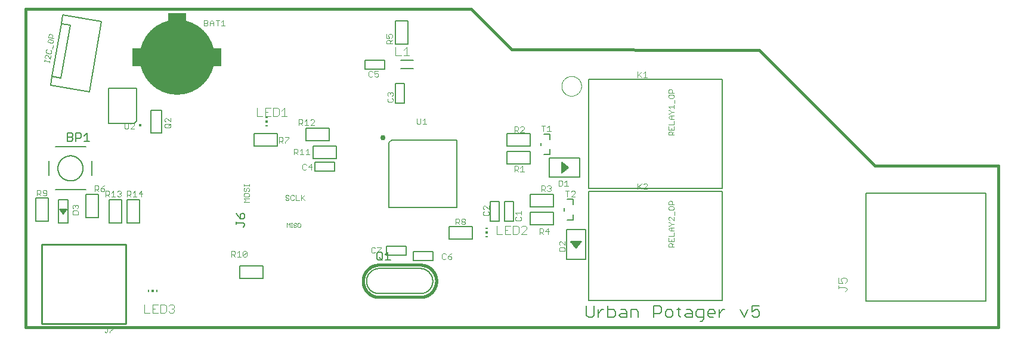
<source format=gto>
G75*
%MOIN*%
%OFA0B0*%
%FSLAX25Y25*%
%IPPOS*%
%LPD*%
%AMOC8*
5,1,8,0,0,1.08239X$1,22.5*
%
%ADD10C,0.01500*%
%ADD11C,0.00300*%
%ADD12C,0.00600*%
%ADD13C,0.00200*%
%ADD14C,0.00000*%
%ADD15C,0.00500*%
%ADD16C,0.00400*%
%ADD17C,0.01600*%
%ADD18C,0.42000*%
%ADD19R,0.10000X0.05000*%
%ADD20R,0.05000X0.10000*%
%ADD21C,0.00800*%
%ADD22C,0.03000*%
%ADD23C,0.01600*%
%ADD24R,0.00591X0.01181*%
%ADD25R,0.01181X0.01181*%
%ADD26R,0.01181X0.00591*%
%ADD27C,0.01000*%
D10*
X0001750Y0006000D02*
X0545321Y0006000D01*
X0545321Y0096512D01*
X0476238Y0096512D01*
X0411750Y0161000D01*
X0273404Y0161512D01*
X0250864Y0184051D01*
X0001750Y0184051D01*
X0001750Y0006000D01*
D11*
X0045900Y0003634D02*
X0046384Y0003150D01*
X0046867Y0003150D01*
X0047351Y0003634D01*
X0047351Y0006052D01*
X0046867Y0006052D02*
X0047835Y0006052D01*
X0048847Y0006052D02*
X0050781Y0006052D01*
X0050781Y0005569D01*
X0048847Y0003634D01*
X0048847Y0003150D01*
X0123698Y0076150D02*
X0124665Y0077117D01*
X0123698Y0078085D01*
X0126600Y0078085D01*
X0126116Y0079097D02*
X0126600Y0079580D01*
X0126600Y0080548D01*
X0126116Y0081031D01*
X0124181Y0081031D01*
X0123698Y0080548D01*
X0123698Y0079580D01*
X0124181Y0079097D01*
X0126116Y0079097D01*
X0126116Y0082043D02*
X0126600Y0082527D01*
X0126600Y0083494D01*
X0126116Y0083978D01*
X0125633Y0083978D01*
X0125149Y0083494D01*
X0125149Y0082527D01*
X0124665Y0082043D01*
X0124181Y0082043D01*
X0123698Y0082527D01*
X0123698Y0083494D01*
X0124181Y0083978D01*
X0123698Y0084990D02*
X0123698Y0085957D01*
X0123698Y0085473D02*
X0126600Y0085473D01*
X0126600Y0084990D02*
X0126600Y0085957D01*
X0146900Y0079569D02*
X0146900Y0079085D01*
X0147384Y0078601D01*
X0148351Y0078601D01*
X0148835Y0078117D01*
X0148835Y0077634D01*
X0148351Y0077150D01*
X0147384Y0077150D01*
X0146900Y0077634D01*
X0146900Y0079569D02*
X0147384Y0080052D01*
X0148351Y0080052D01*
X0148835Y0079569D01*
X0149847Y0079569D02*
X0149847Y0077634D01*
X0150330Y0077150D01*
X0151298Y0077150D01*
X0151781Y0077634D01*
X0152793Y0077150D02*
X0154728Y0077150D01*
X0155740Y0077150D02*
X0155740Y0080052D01*
X0156223Y0078601D02*
X0157675Y0077150D01*
X0155740Y0078117D02*
X0157675Y0080052D01*
X0152793Y0080052D02*
X0152793Y0077150D01*
X0151781Y0079569D02*
X0151298Y0080052D01*
X0150330Y0080052D01*
X0149847Y0079569D01*
X0126600Y0076150D02*
X0123698Y0076150D01*
X0014954Y0154234D02*
X0015122Y0155187D01*
X0015038Y0154710D02*
X0012179Y0155214D01*
X0012095Y0154738D02*
X0012263Y0155691D01*
X0012913Y0156588D02*
X0012520Y0157149D01*
X0012688Y0158102D01*
X0013249Y0158494D01*
X0013725Y0158410D01*
X0015295Y0156168D01*
X0015631Y0158074D01*
X0015330Y0159154D02*
X0015890Y0159546D01*
X0016058Y0160499D01*
X0015666Y0161060D01*
X0016794Y0161888D02*
X0017130Y0163793D01*
X0016353Y0164958D02*
X0014448Y0165294D01*
X0014055Y0165854D01*
X0014223Y0166807D01*
X0014784Y0167199D01*
X0016689Y0166863D01*
X0017082Y0166303D01*
X0016914Y0165350D01*
X0016353Y0164958D01*
X0013760Y0161396D02*
X0013200Y0161003D01*
X0013032Y0160051D01*
X0013424Y0159490D01*
X0015330Y0159154D01*
X0016389Y0167943D02*
X0016641Y0169373D01*
X0016248Y0169933D01*
X0015295Y0170101D01*
X0014735Y0169709D01*
X0014483Y0168279D01*
X0017341Y0167775D01*
X0361099Y0138673D02*
X0361099Y0137222D01*
X0364002Y0137222D01*
X0363034Y0137222D02*
X0363034Y0138673D01*
X0362550Y0139157D01*
X0361583Y0139157D01*
X0361099Y0138673D01*
X0361583Y0136211D02*
X0361099Y0135727D01*
X0361099Y0134759D01*
X0361583Y0134276D01*
X0363518Y0134276D01*
X0364002Y0134759D01*
X0364002Y0135727D01*
X0363518Y0136211D01*
X0361583Y0136211D01*
X0364485Y0133264D02*
X0364485Y0131329D01*
X0364002Y0130318D02*
X0364002Y0128383D01*
X0364002Y0129350D02*
X0361099Y0129350D01*
X0362067Y0128383D01*
X0361583Y0127371D02*
X0361099Y0127371D01*
X0361583Y0127371D02*
X0362550Y0126404D01*
X0364002Y0126404D01*
X0362550Y0126404D02*
X0361583Y0125436D01*
X0361099Y0125436D01*
X0362067Y0124425D02*
X0364002Y0124425D01*
X0362550Y0124425D02*
X0362550Y0122490D01*
X0362067Y0122490D02*
X0361099Y0123457D01*
X0362067Y0124425D01*
X0362067Y0122490D02*
X0364002Y0122490D01*
X0364002Y0121478D02*
X0364002Y0119543D01*
X0361099Y0119543D01*
X0361099Y0118531D02*
X0361099Y0116597D01*
X0364002Y0116597D01*
X0364002Y0118531D01*
X0362550Y0117564D02*
X0362550Y0116597D01*
X0362550Y0115585D02*
X0363034Y0115101D01*
X0363034Y0113650D01*
X0363034Y0114617D02*
X0364002Y0115585D01*
X0362550Y0115585D02*
X0361583Y0115585D01*
X0361099Y0115101D01*
X0361099Y0113650D01*
X0364002Y0113650D01*
X0362550Y0076657D02*
X0363034Y0076173D01*
X0363034Y0074722D01*
X0364002Y0074722D02*
X0361099Y0074722D01*
X0361099Y0076173D01*
X0361583Y0076657D01*
X0362550Y0076657D01*
X0361583Y0073711D02*
X0361099Y0073227D01*
X0361099Y0072259D01*
X0361583Y0071776D01*
X0363518Y0071776D01*
X0364002Y0072259D01*
X0364002Y0073227D01*
X0363518Y0073711D01*
X0361583Y0073711D01*
X0364485Y0070764D02*
X0364485Y0068829D01*
X0364002Y0067818D02*
X0364002Y0065883D01*
X0362067Y0067818D01*
X0361583Y0067818D01*
X0361099Y0067334D01*
X0361099Y0066366D01*
X0361583Y0065883D01*
X0361583Y0064871D02*
X0361099Y0064871D01*
X0361583Y0064871D02*
X0362550Y0063904D01*
X0364002Y0063904D01*
X0362550Y0063904D02*
X0361583Y0062936D01*
X0361099Y0062936D01*
X0362067Y0061925D02*
X0364002Y0061925D01*
X0362550Y0061925D02*
X0362550Y0059990D01*
X0362067Y0059990D02*
X0361099Y0060957D01*
X0362067Y0061925D01*
X0362067Y0059990D02*
X0364002Y0059990D01*
X0364002Y0058978D02*
X0364002Y0057043D01*
X0361099Y0057043D01*
X0361099Y0056031D02*
X0361099Y0054097D01*
X0364002Y0054097D01*
X0364002Y0056031D01*
X0362550Y0055064D02*
X0362550Y0054097D01*
X0362550Y0053085D02*
X0363034Y0052601D01*
X0363034Y0051150D01*
X0363034Y0052117D02*
X0364002Y0053085D01*
X0362550Y0053085D02*
X0361583Y0053085D01*
X0361099Y0052601D01*
X0361099Y0051150D01*
X0364002Y0051150D01*
D12*
X0356005Y0018150D02*
X0357073Y0017083D01*
X0357073Y0014948D01*
X0356005Y0013880D01*
X0352802Y0013880D01*
X0352802Y0011745D02*
X0352802Y0018150D01*
X0356005Y0018150D01*
X0359248Y0014948D02*
X0360315Y0016015D01*
X0362451Y0016015D01*
X0363518Y0014948D01*
X0363518Y0012812D01*
X0362451Y0011745D01*
X0360315Y0011745D01*
X0359248Y0012812D01*
X0359248Y0014948D01*
X0365693Y0016015D02*
X0367828Y0016015D01*
X0366761Y0017083D02*
X0366761Y0012812D01*
X0367828Y0011745D01*
X0369990Y0012812D02*
X0371058Y0013880D01*
X0374261Y0013880D01*
X0374261Y0014948D02*
X0374261Y0011745D01*
X0371058Y0011745D01*
X0369990Y0012812D01*
X0373193Y0016015D02*
X0374261Y0014948D01*
X0373193Y0016015D02*
X0371058Y0016015D01*
X0376436Y0014948D02*
X0376436Y0012812D01*
X0377503Y0011745D01*
X0380706Y0011745D01*
X0380706Y0010677D02*
X0380706Y0016015D01*
X0377503Y0016015D01*
X0376436Y0014948D01*
X0382881Y0014948D02*
X0382881Y0012812D01*
X0383949Y0011745D01*
X0386084Y0011745D01*
X0387152Y0013880D02*
X0382881Y0013880D01*
X0382881Y0014948D02*
X0383949Y0016015D01*
X0386084Y0016015D01*
X0387152Y0014948D01*
X0387152Y0013880D01*
X0389327Y0013880D02*
X0391462Y0016015D01*
X0392529Y0016015D01*
X0389327Y0016015D02*
X0389327Y0011745D01*
X0380706Y0010677D02*
X0379638Y0009610D01*
X0378571Y0009610D01*
X0401144Y0016015D02*
X0403279Y0011745D01*
X0405414Y0016015D01*
X0407589Y0014948D02*
X0409724Y0016015D01*
X0410792Y0016015D01*
X0411859Y0014948D01*
X0411859Y0012812D01*
X0410792Y0011745D01*
X0408657Y0011745D01*
X0407589Y0012812D01*
X0407589Y0014948D02*
X0407589Y0018150D01*
X0411859Y0018150D01*
X0344182Y0014948D02*
X0344182Y0011745D01*
X0344182Y0014948D02*
X0343114Y0016015D01*
X0339911Y0016015D01*
X0339911Y0011745D01*
X0337736Y0011745D02*
X0334533Y0011745D01*
X0333466Y0012812D01*
X0334533Y0013880D01*
X0337736Y0013880D01*
X0337736Y0014948D02*
X0337736Y0011745D01*
X0337736Y0014948D02*
X0336669Y0016015D01*
X0334533Y0016015D01*
X0331291Y0014948D02*
X0330223Y0016015D01*
X0327020Y0016015D01*
X0327020Y0018150D02*
X0327020Y0011745D01*
X0330223Y0011745D01*
X0331291Y0012812D01*
X0331291Y0014948D01*
X0324852Y0016015D02*
X0323784Y0016015D01*
X0321649Y0013880D01*
X0321649Y0011745D02*
X0321649Y0016015D01*
X0319474Y0018150D02*
X0319474Y0012812D01*
X0318406Y0011745D01*
X0316271Y0011745D01*
X0315204Y0012812D01*
X0315204Y0018150D01*
X0222250Y0025000D02*
X0199250Y0025000D01*
X0199080Y0025002D01*
X0198909Y0025008D01*
X0198739Y0025019D01*
X0198569Y0025033D01*
X0198400Y0025052D01*
X0198231Y0025075D01*
X0198062Y0025101D01*
X0197895Y0025132D01*
X0197728Y0025167D01*
X0197562Y0025207D01*
X0197397Y0025250D01*
X0197233Y0025297D01*
X0197071Y0025348D01*
X0196909Y0025403D01*
X0196749Y0025462D01*
X0196591Y0025525D01*
X0196434Y0025591D01*
X0196279Y0025662D01*
X0196125Y0025736D01*
X0195974Y0025814D01*
X0195824Y0025896D01*
X0195676Y0025981D01*
X0195531Y0026070D01*
X0195388Y0026162D01*
X0195247Y0026258D01*
X0195108Y0026357D01*
X0194972Y0026460D01*
X0194838Y0026565D01*
X0194707Y0026674D01*
X0194579Y0026787D01*
X0194453Y0026902D01*
X0194330Y0027020D01*
X0194211Y0027141D01*
X0194094Y0027266D01*
X0193980Y0027393D01*
X0193869Y0027522D01*
X0193762Y0027655D01*
X0193658Y0027790D01*
X0193557Y0027927D01*
X0193459Y0028067D01*
X0193365Y0028209D01*
X0193275Y0028353D01*
X0193188Y0028500D01*
X0193104Y0028649D01*
X0193025Y0028799D01*
X0192949Y0028952D01*
X0192876Y0029106D01*
X0192808Y0029262D01*
X0192743Y0029420D01*
X0192682Y0029579D01*
X0192625Y0029740D01*
X0192572Y0029902D01*
X0192523Y0030065D01*
X0192478Y0030229D01*
X0192437Y0030395D01*
X0192399Y0030561D01*
X0192366Y0030729D01*
X0192338Y0030897D01*
X0192313Y0031065D01*
X0192292Y0031234D01*
X0192275Y0031404D01*
X0192263Y0031574D01*
X0192255Y0031744D01*
X0192251Y0031915D01*
X0192251Y0032085D01*
X0192255Y0032256D01*
X0192263Y0032426D01*
X0192275Y0032596D01*
X0192292Y0032766D01*
X0192313Y0032935D01*
X0192338Y0033103D01*
X0192366Y0033271D01*
X0192399Y0033439D01*
X0192437Y0033605D01*
X0192478Y0033771D01*
X0192523Y0033935D01*
X0192572Y0034098D01*
X0192625Y0034260D01*
X0192682Y0034421D01*
X0192743Y0034580D01*
X0192808Y0034738D01*
X0192876Y0034894D01*
X0192949Y0035048D01*
X0193025Y0035201D01*
X0193104Y0035351D01*
X0193188Y0035500D01*
X0193275Y0035647D01*
X0193365Y0035791D01*
X0193459Y0035933D01*
X0193557Y0036073D01*
X0193658Y0036210D01*
X0193762Y0036345D01*
X0193869Y0036478D01*
X0193980Y0036607D01*
X0194094Y0036734D01*
X0194211Y0036859D01*
X0194330Y0036980D01*
X0194453Y0037098D01*
X0194579Y0037213D01*
X0194707Y0037326D01*
X0194838Y0037435D01*
X0194972Y0037540D01*
X0195108Y0037643D01*
X0195247Y0037742D01*
X0195388Y0037838D01*
X0195531Y0037930D01*
X0195676Y0038019D01*
X0195824Y0038104D01*
X0195974Y0038186D01*
X0196125Y0038264D01*
X0196279Y0038338D01*
X0196434Y0038409D01*
X0196591Y0038475D01*
X0196749Y0038538D01*
X0196909Y0038597D01*
X0197071Y0038652D01*
X0197233Y0038703D01*
X0197397Y0038750D01*
X0197562Y0038793D01*
X0197728Y0038833D01*
X0197895Y0038868D01*
X0198062Y0038899D01*
X0198231Y0038925D01*
X0198400Y0038948D01*
X0198569Y0038967D01*
X0198739Y0038981D01*
X0198909Y0038992D01*
X0199080Y0038998D01*
X0199250Y0039000D01*
X0222250Y0039000D01*
X0222420Y0038998D01*
X0222591Y0038992D01*
X0222761Y0038981D01*
X0222931Y0038967D01*
X0223100Y0038948D01*
X0223269Y0038925D01*
X0223438Y0038899D01*
X0223605Y0038868D01*
X0223772Y0038833D01*
X0223938Y0038793D01*
X0224103Y0038750D01*
X0224267Y0038703D01*
X0224429Y0038652D01*
X0224591Y0038597D01*
X0224751Y0038538D01*
X0224909Y0038475D01*
X0225066Y0038409D01*
X0225221Y0038338D01*
X0225375Y0038264D01*
X0225526Y0038186D01*
X0225676Y0038104D01*
X0225824Y0038019D01*
X0225969Y0037930D01*
X0226112Y0037838D01*
X0226253Y0037742D01*
X0226392Y0037643D01*
X0226528Y0037540D01*
X0226662Y0037435D01*
X0226793Y0037326D01*
X0226921Y0037213D01*
X0227047Y0037098D01*
X0227170Y0036980D01*
X0227289Y0036859D01*
X0227406Y0036734D01*
X0227520Y0036607D01*
X0227631Y0036478D01*
X0227738Y0036345D01*
X0227842Y0036210D01*
X0227943Y0036073D01*
X0228041Y0035933D01*
X0228135Y0035791D01*
X0228225Y0035647D01*
X0228312Y0035500D01*
X0228396Y0035351D01*
X0228475Y0035201D01*
X0228551Y0035048D01*
X0228624Y0034894D01*
X0228692Y0034738D01*
X0228757Y0034580D01*
X0228818Y0034421D01*
X0228875Y0034260D01*
X0228928Y0034098D01*
X0228977Y0033935D01*
X0229022Y0033771D01*
X0229063Y0033605D01*
X0229101Y0033439D01*
X0229134Y0033271D01*
X0229162Y0033103D01*
X0229187Y0032935D01*
X0229208Y0032766D01*
X0229225Y0032596D01*
X0229237Y0032426D01*
X0229245Y0032256D01*
X0229249Y0032085D01*
X0229249Y0031915D01*
X0229245Y0031744D01*
X0229237Y0031574D01*
X0229225Y0031404D01*
X0229208Y0031234D01*
X0229187Y0031065D01*
X0229162Y0030897D01*
X0229134Y0030729D01*
X0229101Y0030561D01*
X0229063Y0030395D01*
X0229022Y0030229D01*
X0228977Y0030065D01*
X0228928Y0029902D01*
X0228875Y0029740D01*
X0228818Y0029579D01*
X0228757Y0029420D01*
X0228692Y0029262D01*
X0228624Y0029106D01*
X0228551Y0028952D01*
X0228475Y0028799D01*
X0228396Y0028649D01*
X0228312Y0028500D01*
X0228225Y0028353D01*
X0228135Y0028209D01*
X0228041Y0028067D01*
X0227943Y0027927D01*
X0227842Y0027790D01*
X0227738Y0027655D01*
X0227631Y0027522D01*
X0227520Y0027393D01*
X0227406Y0027266D01*
X0227289Y0027141D01*
X0227170Y0027020D01*
X0227047Y0026902D01*
X0226921Y0026787D01*
X0226793Y0026674D01*
X0226662Y0026565D01*
X0226528Y0026460D01*
X0226392Y0026357D01*
X0226253Y0026258D01*
X0226112Y0026162D01*
X0225969Y0026070D01*
X0225824Y0025981D01*
X0225676Y0025896D01*
X0225526Y0025814D01*
X0225375Y0025736D01*
X0225221Y0025662D01*
X0225066Y0025591D01*
X0224909Y0025525D01*
X0224751Y0025462D01*
X0224591Y0025403D01*
X0224429Y0025348D01*
X0224267Y0025297D01*
X0224103Y0025250D01*
X0223938Y0025207D01*
X0223772Y0025167D01*
X0223605Y0025132D01*
X0223438Y0025101D01*
X0223269Y0025075D01*
X0223100Y0025052D01*
X0222931Y0025033D01*
X0222761Y0025019D01*
X0222591Y0025008D01*
X0222420Y0025002D01*
X0222250Y0025000D01*
X0063624Y0121371D02*
X0062410Y0120157D01*
X0047876Y0120157D01*
X0047876Y0139843D01*
X0063624Y0139843D01*
X0063624Y0121371D01*
D13*
X0147850Y0064302D02*
X0148584Y0063568D01*
X0149318Y0064302D01*
X0149318Y0062100D01*
X0150060Y0062100D02*
X0150794Y0062100D01*
X0150427Y0062100D02*
X0150427Y0064302D01*
X0150060Y0064302D02*
X0150794Y0064302D01*
X0151533Y0063935D02*
X0151533Y0063568D01*
X0151900Y0063201D01*
X0152634Y0063201D01*
X0153001Y0062834D01*
X0153001Y0062467D01*
X0152634Y0062100D01*
X0151900Y0062100D01*
X0151533Y0062467D01*
X0151533Y0063935D02*
X0151900Y0064302D01*
X0152634Y0064302D01*
X0153001Y0063935D01*
X0153743Y0063935D02*
X0153743Y0062467D01*
X0154110Y0062100D01*
X0154844Y0062100D01*
X0155211Y0062467D01*
X0155211Y0063935D01*
X0154844Y0064302D01*
X0154110Y0064302D01*
X0153743Y0063935D01*
X0147850Y0064302D02*
X0147850Y0062100D01*
D14*
X0301238Y0141000D02*
X0301240Y0141148D01*
X0301246Y0141296D01*
X0301256Y0141444D01*
X0301270Y0141591D01*
X0301288Y0141738D01*
X0301309Y0141884D01*
X0301335Y0142030D01*
X0301365Y0142175D01*
X0301398Y0142319D01*
X0301436Y0142462D01*
X0301477Y0142604D01*
X0301522Y0142745D01*
X0301570Y0142885D01*
X0301623Y0143024D01*
X0301679Y0143161D01*
X0301739Y0143296D01*
X0301802Y0143430D01*
X0301869Y0143562D01*
X0301940Y0143692D01*
X0302014Y0143820D01*
X0302091Y0143946D01*
X0302172Y0144070D01*
X0302256Y0144192D01*
X0302343Y0144311D01*
X0302434Y0144428D01*
X0302528Y0144543D01*
X0302624Y0144655D01*
X0302724Y0144765D01*
X0302826Y0144871D01*
X0302932Y0144975D01*
X0303040Y0145076D01*
X0303151Y0145174D01*
X0303264Y0145270D01*
X0303380Y0145362D01*
X0303498Y0145451D01*
X0303619Y0145536D01*
X0303742Y0145619D01*
X0303867Y0145698D01*
X0303994Y0145774D01*
X0304123Y0145846D01*
X0304254Y0145915D01*
X0304387Y0145980D01*
X0304522Y0146041D01*
X0304658Y0146099D01*
X0304795Y0146154D01*
X0304934Y0146204D01*
X0305075Y0146251D01*
X0305216Y0146294D01*
X0305359Y0146334D01*
X0305503Y0146369D01*
X0305647Y0146401D01*
X0305793Y0146428D01*
X0305939Y0146452D01*
X0306086Y0146472D01*
X0306233Y0146488D01*
X0306380Y0146500D01*
X0306528Y0146508D01*
X0306676Y0146512D01*
X0306824Y0146512D01*
X0306972Y0146508D01*
X0307120Y0146500D01*
X0307267Y0146488D01*
X0307414Y0146472D01*
X0307561Y0146452D01*
X0307707Y0146428D01*
X0307853Y0146401D01*
X0307997Y0146369D01*
X0308141Y0146334D01*
X0308284Y0146294D01*
X0308425Y0146251D01*
X0308566Y0146204D01*
X0308705Y0146154D01*
X0308842Y0146099D01*
X0308978Y0146041D01*
X0309113Y0145980D01*
X0309246Y0145915D01*
X0309377Y0145846D01*
X0309506Y0145774D01*
X0309633Y0145698D01*
X0309758Y0145619D01*
X0309881Y0145536D01*
X0310002Y0145451D01*
X0310120Y0145362D01*
X0310236Y0145270D01*
X0310349Y0145174D01*
X0310460Y0145076D01*
X0310568Y0144975D01*
X0310674Y0144871D01*
X0310776Y0144765D01*
X0310876Y0144655D01*
X0310972Y0144543D01*
X0311066Y0144428D01*
X0311157Y0144311D01*
X0311244Y0144192D01*
X0311328Y0144070D01*
X0311409Y0143946D01*
X0311486Y0143820D01*
X0311560Y0143692D01*
X0311631Y0143562D01*
X0311698Y0143430D01*
X0311761Y0143296D01*
X0311821Y0143161D01*
X0311877Y0143024D01*
X0311930Y0142885D01*
X0311978Y0142745D01*
X0312023Y0142604D01*
X0312064Y0142462D01*
X0312102Y0142319D01*
X0312135Y0142175D01*
X0312165Y0142030D01*
X0312191Y0141884D01*
X0312212Y0141738D01*
X0312230Y0141591D01*
X0312244Y0141444D01*
X0312254Y0141296D01*
X0312260Y0141148D01*
X0312262Y0141000D01*
X0312260Y0140852D01*
X0312254Y0140704D01*
X0312244Y0140556D01*
X0312230Y0140409D01*
X0312212Y0140262D01*
X0312191Y0140116D01*
X0312165Y0139970D01*
X0312135Y0139825D01*
X0312102Y0139681D01*
X0312064Y0139538D01*
X0312023Y0139396D01*
X0311978Y0139255D01*
X0311930Y0139115D01*
X0311877Y0138976D01*
X0311821Y0138839D01*
X0311761Y0138704D01*
X0311698Y0138570D01*
X0311631Y0138438D01*
X0311560Y0138308D01*
X0311486Y0138180D01*
X0311409Y0138054D01*
X0311328Y0137930D01*
X0311244Y0137808D01*
X0311157Y0137689D01*
X0311066Y0137572D01*
X0310972Y0137457D01*
X0310876Y0137345D01*
X0310776Y0137235D01*
X0310674Y0137129D01*
X0310568Y0137025D01*
X0310460Y0136924D01*
X0310349Y0136826D01*
X0310236Y0136730D01*
X0310120Y0136638D01*
X0310002Y0136549D01*
X0309881Y0136464D01*
X0309758Y0136381D01*
X0309633Y0136302D01*
X0309506Y0136226D01*
X0309377Y0136154D01*
X0309246Y0136085D01*
X0309113Y0136020D01*
X0308978Y0135959D01*
X0308842Y0135901D01*
X0308705Y0135846D01*
X0308566Y0135796D01*
X0308425Y0135749D01*
X0308284Y0135706D01*
X0308141Y0135666D01*
X0307997Y0135631D01*
X0307853Y0135599D01*
X0307707Y0135572D01*
X0307561Y0135548D01*
X0307414Y0135528D01*
X0307267Y0135512D01*
X0307120Y0135500D01*
X0306972Y0135492D01*
X0306824Y0135488D01*
X0306676Y0135488D01*
X0306528Y0135492D01*
X0306380Y0135500D01*
X0306233Y0135512D01*
X0306086Y0135528D01*
X0305939Y0135548D01*
X0305793Y0135572D01*
X0305647Y0135599D01*
X0305503Y0135631D01*
X0305359Y0135666D01*
X0305216Y0135706D01*
X0305075Y0135749D01*
X0304934Y0135796D01*
X0304795Y0135846D01*
X0304658Y0135901D01*
X0304522Y0135959D01*
X0304387Y0136020D01*
X0304254Y0136085D01*
X0304123Y0136154D01*
X0303994Y0136226D01*
X0303867Y0136302D01*
X0303742Y0136381D01*
X0303619Y0136464D01*
X0303498Y0136549D01*
X0303380Y0136638D01*
X0303264Y0136730D01*
X0303151Y0136826D01*
X0303040Y0136924D01*
X0302932Y0137025D01*
X0302826Y0137129D01*
X0302724Y0137235D01*
X0302624Y0137345D01*
X0302528Y0137457D01*
X0302434Y0137572D01*
X0302343Y0137689D01*
X0302256Y0137808D01*
X0302172Y0137930D01*
X0302091Y0138054D01*
X0302014Y0138180D01*
X0301940Y0138308D01*
X0301869Y0138438D01*
X0301802Y0138570D01*
X0301739Y0138704D01*
X0301679Y0138839D01*
X0301623Y0138976D01*
X0301570Y0139115D01*
X0301522Y0139255D01*
X0301477Y0139396D01*
X0301436Y0139538D01*
X0301398Y0139681D01*
X0301365Y0139825D01*
X0301335Y0139970D01*
X0301309Y0140116D01*
X0301288Y0140262D01*
X0301270Y0140409D01*
X0301256Y0140556D01*
X0301246Y0140704D01*
X0301240Y0140852D01*
X0301238Y0141000D01*
D15*
X0316219Y0144701D02*
X0316219Y0083677D01*
X0391022Y0083677D01*
X0391022Y0144701D01*
X0316219Y0144701D01*
X0294750Y0114250D02*
X0291250Y0114250D01*
X0294750Y0114250D02*
X0294750Y0111250D01*
X0289750Y0109250D02*
X0289750Y0107750D01*
X0294750Y0105750D02*
X0294750Y0102750D01*
X0291250Y0102750D01*
X0294494Y0100752D02*
X0294494Y0090122D01*
X0311384Y0090122D01*
X0311384Y0100752D01*
X0294494Y0100752D01*
X0301439Y0098437D02*
X0301439Y0092437D01*
X0304939Y0095437D01*
X0301439Y0098437D01*
X0301439Y0098225D02*
X0301687Y0098225D01*
X0301439Y0097726D02*
X0302268Y0097726D01*
X0302850Y0097228D02*
X0301439Y0097228D01*
X0301439Y0096729D02*
X0303432Y0096729D01*
X0304013Y0096231D02*
X0301439Y0096231D01*
X0301439Y0095732D02*
X0304595Y0095732D01*
X0304702Y0095234D02*
X0301439Y0095234D01*
X0301439Y0094735D02*
X0304120Y0094735D01*
X0303538Y0094237D02*
X0301439Y0094237D01*
X0301439Y0093738D02*
X0302957Y0093738D01*
X0302375Y0093239D02*
X0301439Y0093239D01*
X0301439Y0092741D02*
X0301794Y0092741D01*
X0283750Y0097500D02*
X0270750Y0097500D01*
X0270750Y0104500D01*
X0283750Y0104500D01*
X0283750Y0097500D01*
X0283750Y0107500D02*
X0270750Y0107500D01*
X0270750Y0114500D01*
X0283750Y0114500D01*
X0283750Y0107500D01*
X0316219Y0082201D02*
X0316219Y0021177D01*
X0391022Y0021177D01*
X0391022Y0082201D01*
X0316219Y0082201D01*
X0307750Y0077750D02*
X0304250Y0077750D01*
X0307750Y0077750D02*
X0307750Y0074750D01*
X0302750Y0072750D02*
X0302750Y0071250D01*
X0307750Y0069250D02*
X0307750Y0066250D01*
X0304250Y0066250D01*
X0296750Y0063500D02*
X0283750Y0063500D01*
X0283750Y0070500D01*
X0296750Y0070500D01*
X0296750Y0063500D01*
X0303935Y0060945D02*
X0314565Y0060945D01*
X0314565Y0044055D01*
X0303935Y0044055D01*
X0303935Y0060945D01*
X0306250Y0054000D02*
X0312250Y0054000D01*
X0309250Y0050500D01*
X0306250Y0054000D01*
X0306373Y0053857D02*
X0312128Y0053857D01*
X0311700Y0053359D02*
X0306800Y0053359D01*
X0307227Y0052860D02*
X0311273Y0052860D01*
X0310846Y0052362D02*
X0307654Y0052362D01*
X0308082Y0051863D02*
X0310418Y0051863D01*
X0309991Y0051365D02*
X0308509Y0051365D01*
X0308936Y0050866D02*
X0309564Y0050866D01*
X0274250Y0065500D02*
X0269250Y0065500D01*
X0269250Y0076500D01*
X0274250Y0076500D01*
X0274250Y0065500D01*
X0266250Y0065500D02*
X0261250Y0065500D01*
X0261250Y0076500D01*
X0266250Y0076500D01*
X0266250Y0065500D01*
X0251250Y0062500D02*
X0251250Y0055500D01*
X0238250Y0055500D01*
X0238250Y0062500D01*
X0251250Y0062500D01*
X0283750Y0073500D02*
X0283750Y0080500D01*
X0296750Y0080500D01*
X0296750Y0073500D01*
X0283750Y0073500D01*
X0229250Y0048500D02*
X0218250Y0048500D01*
X0218250Y0043500D01*
X0229250Y0043500D01*
X0229250Y0048500D01*
X0214250Y0046500D02*
X0203250Y0046500D01*
X0203250Y0051500D01*
X0214250Y0051500D01*
X0214250Y0046500D01*
X0204105Y0048254D02*
X0204105Y0043750D01*
X0202604Y0043750D02*
X0205606Y0043750D01*
X0201003Y0043750D02*
X0199501Y0045251D01*
X0198751Y0043750D02*
X0198000Y0044501D01*
X0198000Y0047503D01*
X0198751Y0048254D01*
X0200252Y0048254D01*
X0201003Y0047503D01*
X0201003Y0044501D01*
X0200252Y0043750D01*
X0198751Y0043750D01*
X0202604Y0046753D02*
X0204105Y0048254D01*
X0134278Y0040594D02*
X0134278Y0033594D01*
X0121278Y0033594D01*
X0121278Y0040594D01*
X0134278Y0040594D01*
X0123249Y0062250D02*
X0124000Y0063001D01*
X0124000Y0063751D01*
X0123249Y0064502D01*
X0119496Y0064502D01*
X0119496Y0063751D02*
X0119496Y0065253D01*
X0121748Y0066854D02*
X0121748Y0069106D01*
X0122499Y0069856D01*
X0123249Y0069856D01*
X0124000Y0069106D01*
X0124000Y0067605D01*
X0123249Y0066854D01*
X0121748Y0066854D01*
X0120247Y0068355D01*
X0119496Y0069856D01*
X0065250Y0064500D02*
X0058250Y0064500D01*
X0058250Y0077500D01*
X0065250Y0077500D01*
X0065250Y0064500D01*
X0055250Y0064500D02*
X0048250Y0064500D01*
X0048250Y0077500D01*
X0055250Y0077500D01*
X0055250Y0064500D01*
X0042250Y0067500D02*
X0035250Y0067500D01*
X0035250Y0080500D01*
X0042250Y0080500D01*
X0042250Y0067500D01*
X0025350Y0064400D02*
X0020150Y0064400D01*
X0020150Y0077600D01*
X0025350Y0077600D01*
X0025350Y0064400D01*
X0014250Y0065500D02*
X0007250Y0065500D01*
X0007250Y0078500D01*
X0014250Y0078500D01*
X0014250Y0065500D01*
X0021705Y0070806D02*
X0023795Y0070806D01*
X0023396Y0070308D02*
X0022104Y0070308D01*
X0022502Y0069809D02*
X0022998Y0069809D01*
X0022750Y0069500D02*
X0024750Y0072000D01*
X0020750Y0072000D01*
X0022750Y0069500D01*
X0021306Y0071305D02*
X0024194Y0071305D01*
X0024593Y0071803D02*
X0020907Y0071803D01*
X0025188Y0110250D02*
X0027440Y0110250D01*
X0028191Y0111001D01*
X0028191Y0111751D01*
X0027440Y0112502D01*
X0025188Y0112502D01*
X0025188Y0110250D02*
X0025188Y0114754D01*
X0027440Y0114754D01*
X0028191Y0114003D01*
X0028191Y0113253D01*
X0027440Y0112502D01*
X0029792Y0111751D02*
X0032044Y0111751D01*
X0032795Y0112502D01*
X0032795Y0114003D01*
X0032044Y0114754D01*
X0029792Y0114754D01*
X0029792Y0110250D01*
X0034396Y0110250D02*
X0037399Y0110250D01*
X0035897Y0110250D02*
X0035897Y0114754D01*
X0034396Y0113253D01*
X0071797Y0114701D02*
X0071797Y0127299D01*
X0077703Y0127299D01*
X0077703Y0114701D01*
X0071797Y0114701D01*
X0129250Y0114500D02*
X0129250Y0107500D01*
X0142250Y0107500D01*
X0142250Y0114500D01*
X0129250Y0114500D01*
X0158250Y0117500D02*
X0158250Y0110500D01*
X0171250Y0110500D01*
X0171250Y0117500D01*
X0158250Y0117500D01*
X0162250Y0107500D02*
X0175250Y0107500D01*
X0175250Y0100500D01*
X0162250Y0100500D01*
X0162250Y0107500D01*
X0163250Y0098500D02*
X0174250Y0098500D01*
X0174250Y0093500D01*
X0163250Y0093500D01*
X0163250Y0098500D01*
X0208250Y0131500D02*
X0213250Y0131500D01*
X0213250Y0142500D01*
X0208250Y0142500D01*
X0208250Y0131500D01*
X0202250Y0150500D02*
X0191250Y0150500D01*
X0191250Y0155500D01*
X0202250Y0155500D01*
X0202250Y0150500D01*
X0208250Y0164500D02*
X0208250Y0177500D01*
X0215250Y0177500D01*
X0215250Y0164500D01*
X0208250Y0164500D01*
X0044200Y0177033D02*
X0037254Y0137641D01*
X0015588Y0141461D01*
X0016457Y0146385D01*
X0021381Y0145517D01*
X0026590Y0175061D01*
X0021666Y0175929D01*
X0022534Y0180853D01*
X0044200Y0177033D01*
X0021666Y0175929D02*
X0016457Y0146385D01*
X0471293Y0081197D02*
X0471293Y0020803D01*
X0538222Y0020803D01*
X0538222Y0081197D01*
X0471293Y0081197D01*
D16*
X0349111Y0083389D02*
X0347043Y0083389D01*
X0349111Y0085457D01*
X0349111Y0085975D01*
X0348594Y0086492D01*
X0347560Y0086492D01*
X0347043Y0085975D01*
X0345889Y0086492D02*
X0343820Y0084423D01*
X0344337Y0084940D02*
X0345889Y0083389D01*
X0343820Y0083389D02*
X0343820Y0086492D01*
X0308741Y0081786D02*
X0308224Y0082303D01*
X0307190Y0082303D01*
X0306673Y0081786D01*
X0305518Y0082303D02*
X0303450Y0082303D01*
X0304484Y0082303D02*
X0304484Y0079200D01*
X0306673Y0079200D02*
X0308741Y0081268D01*
X0308741Y0081786D01*
X0308741Y0079200D02*
X0306673Y0079200D01*
X0295241Y0082717D02*
X0294724Y0082200D01*
X0293690Y0082200D01*
X0293173Y0082717D01*
X0292018Y0082200D02*
X0290984Y0083234D01*
X0291501Y0083234D02*
X0289950Y0083234D01*
X0289950Y0082200D02*
X0289950Y0085303D01*
X0291501Y0085303D01*
X0292018Y0084786D01*
X0292018Y0083751D01*
X0291501Y0083234D01*
X0293173Y0084786D02*
X0293690Y0085303D01*
X0294724Y0085303D01*
X0295241Y0084786D01*
X0295241Y0084268D01*
X0294724Y0083751D01*
X0295241Y0083234D01*
X0295241Y0082717D01*
X0294724Y0083751D02*
X0294207Y0083751D01*
X0299639Y0085137D02*
X0301190Y0085137D01*
X0301707Y0085654D01*
X0301707Y0087723D01*
X0301190Y0088240D01*
X0299639Y0088240D01*
X0299639Y0085137D01*
X0302862Y0085137D02*
X0304930Y0085137D01*
X0303896Y0085137D02*
X0303896Y0088240D01*
X0302862Y0087205D01*
X0280241Y0093200D02*
X0278173Y0093200D01*
X0279207Y0093200D02*
X0279207Y0096303D01*
X0278173Y0095268D01*
X0277018Y0094751D02*
X0276501Y0094234D01*
X0274950Y0094234D01*
X0274950Y0093200D02*
X0274950Y0096303D01*
X0276501Y0096303D01*
X0277018Y0095786D01*
X0277018Y0094751D01*
X0275984Y0094234D02*
X0277018Y0093200D01*
X0260550Y0074046D02*
X0260550Y0071977D01*
X0258482Y0074046D01*
X0257964Y0074046D01*
X0257447Y0073529D01*
X0257447Y0072494D01*
X0257964Y0071977D01*
X0257964Y0070823D02*
X0257447Y0070306D01*
X0257447Y0069272D01*
X0257964Y0068755D01*
X0260033Y0068755D01*
X0260550Y0069272D01*
X0260550Y0070306D01*
X0260033Y0070823D01*
X0247296Y0066286D02*
X0247296Y0065768D01*
X0246779Y0065251D01*
X0245744Y0065251D01*
X0245227Y0065768D01*
X0245227Y0066286D01*
X0245744Y0066803D01*
X0246779Y0066803D01*
X0247296Y0066286D01*
X0246779Y0065251D02*
X0247296Y0064734D01*
X0247296Y0064217D01*
X0246779Y0063700D01*
X0245744Y0063700D01*
X0245227Y0064217D01*
X0245227Y0064734D01*
X0245744Y0065251D01*
X0244073Y0065251D02*
X0243556Y0064734D01*
X0242005Y0064734D01*
X0243039Y0064734D02*
X0244073Y0063700D01*
X0244073Y0065251D02*
X0244073Y0066286D01*
X0243556Y0066803D01*
X0242005Y0066803D01*
X0242005Y0063700D01*
X0264950Y0062804D02*
X0264950Y0058200D01*
X0268019Y0058200D01*
X0269554Y0058200D02*
X0272623Y0058200D01*
X0274158Y0058200D02*
X0276460Y0058200D01*
X0277227Y0058967D01*
X0277227Y0062037D01*
X0276460Y0062804D01*
X0274158Y0062804D01*
X0274158Y0058200D01*
X0271089Y0060502D02*
X0269554Y0060502D01*
X0269554Y0062804D02*
X0269554Y0058200D01*
X0278762Y0058200D02*
X0281831Y0061269D01*
X0281831Y0062037D01*
X0281064Y0062804D01*
X0279529Y0062804D01*
X0278762Y0062037D01*
X0272623Y0062804D02*
X0269554Y0062804D01*
X0275447Y0066272D02*
X0275964Y0065755D01*
X0278033Y0065755D01*
X0278550Y0066272D01*
X0278550Y0067306D01*
X0278033Y0067823D01*
X0278550Y0068977D02*
X0278550Y0071046D01*
X0278550Y0070011D02*
X0275447Y0070011D01*
X0276482Y0068977D01*
X0275964Y0067823D02*
X0275447Y0067306D01*
X0275447Y0066272D01*
X0288950Y0061303D02*
X0290501Y0061303D01*
X0291018Y0060786D01*
X0291018Y0059751D01*
X0290501Y0059234D01*
X0288950Y0059234D01*
X0288950Y0058200D02*
X0288950Y0061303D01*
X0289984Y0059234D02*
X0291018Y0058200D01*
X0292173Y0059751D02*
X0294241Y0059751D01*
X0293724Y0058200D02*
X0293724Y0061303D01*
X0292173Y0059751D01*
X0281831Y0058200D02*
X0278762Y0058200D01*
X0299947Y0053529D02*
X0299947Y0052494D01*
X0300464Y0051977D01*
X0300464Y0050823D02*
X0299947Y0050306D01*
X0299947Y0048755D01*
X0303050Y0048755D01*
X0303050Y0050306D01*
X0302533Y0050823D01*
X0300464Y0050823D01*
X0299947Y0053529D02*
X0300464Y0054046D01*
X0300982Y0054046D01*
X0303050Y0051977D01*
X0303050Y0054046D01*
X0239796Y0047303D02*
X0238761Y0046786D01*
X0237727Y0045751D01*
X0239279Y0045751D01*
X0239796Y0045234D01*
X0239796Y0044717D01*
X0239279Y0044200D01*
X0238244Y0044200D01*
X0237727Y0044717D01*
X0237727Y0045751D01*
X0236573Y0044717D02*
X0236056Y0044200D01*
X0235022Y0044200D01*
X0234505Y0044717D01*
X0234505Y0046786D01*
X0235022Y0047303D01*
X0236056Y0047303D01*
X0236573Y0046786D01*
X0200241Y0050286D02*
X0198173Y0048217D01*
X0198173Y0047700D01*
X0197018Y0048217D02*
X0196501Y0047700D01*
X0195467Y0047700D01*
X0194950Y0048217D01*
X0194950Y0050286D01*
X0195467Y0050803D01*
X0196501Y0050803D01*
X0197018Y0050286D01*
X0198173Y0050803D02*
X0200241Y0050803D01*
X0200241Y0050286D01*
X0125268Y0048191D02*
X0123200Y0046123D01*
X0123717Y0045606D01*
X0124751Y0045606D01*
X0125268Y0046123D01*
X0125268Y0048191D01*
X0124751Y0048708D01*
X0123717Y0048708D01*
X0123200Y0048191D01*
X0123200Y0046123D01*
X0122045Y0045606D02*
X0119977Y0045606D01*
X0121011Y0045606D02*
X0121011Y0048708D01*
X0119977Y0047674D01*
X0118823Y0048191D02*
X0118823Y0047157D01*
X0118305Y0046640D01*
X0116754Y0046640D01*
X0117788Y0046640D02*
X0118823Y0045606D01*
X0116754Y0045606D02*
X0116754Y0048708D01*
X0118305Y0048708D01*
X0118823Y0048191D01*
X0084831Y0018037D02*
X0084831Y0017269D01*
X0084064Y0016502D01*
X0084831Y0015735D01*
X0084831Y0014967D01*
X0084064Y0014200D01*
X0082529Y0014200D01*
X0081762Y0014967D01*
X0080227Y0014967D02*
X0080227Y0018037D01*
X0079460Y0018804D01*
X0077158Y0018804D01*
X0077158Y0014200D01*
X0079460Y0014200D01*
X0080227Y0014967D01*
X0083296Y0016502D02*
X0084064Y0016502D01*
X0084831Y0018037D02*
X0084064Y0018804D01*
X0082529Y0018804D01*
X0081762Y0018037D01*
X0075623Y0018804D02*
X0072554Y0018804D01*
X0072554Y0014200D01*
X0075623Y0014200D01*
X0074089Y0016502D02*
X0072554Y0016502D01*
X0071019Y0014200D02*
X0067950Y0014200D01*
X0067950Y0018804D01*
X0031050Y0069255D02*
X0031050Y0070806D01*
X0030533Y0071323D01*
X0028464Y0071323D01*
X0027947Y0070806D01*
X0027947Y0069255D01*
X0031050Y0069255D01*
X0030533Y0072477D02*
X0031050Y0072994D01*
X0031050Y0074029D01*
X0030533Y0074546D01*
X0030016Y0074546D01*
X0029499Y0074029D01*
X0029499Y0073511D01*
X0029499Y0074029D02*
X0028982Y0074546D01*
X0028464Y0074546D01*
X0027947Y0074029D01*
X0027947Y0072994D01*
X0028464Y0072477D01*
X0013296Y0080217D02*
X0013296Y0082286D01*
X0012779Y0082803D01*
X0011744Y0082803D01*
X0011227Y0082286D01*
X0011227Y0081768D01*
X0011744Y0081251D01*
X0013296Y0081251D01*
X0013296Y0080217D02*
X0012779Y0079700D01*
X0011744Y0079700D01*
X0011227Y0080217D01*
X0010073Y0079700D02*
X0009039Y0080734D01*
X0009556Y0080734D02*
X0008005Y0080734D01*
X0008005Y0079700D02*
X0008005Y0082803D01*
X0009556Y0082803D01*
X0010073Y0082286D01*
X0010073Y0081251D01*
X0009556Y0080734D01*
X0040450Y0082200D02*
X0040450Y0085303D01*
X0042001Y0085303D01*
X0042518Y0084786D01*
X0042518Y0083751D01*
X0042001Y0083234D01*
X0040450Y0083234D01*
X0041484Y0083234D02*
X0042518Y0082200D01*
X0043673Y0082717D02*
X0044190Y0082200D01*
X0045224Y0082200D01*
X0045741Y0082717D01*
X0045741Y0083234D01*
X0045224Y0083751D01*
X0043673Y0083751D01*
X0043673Y0082717D01*
X0043673Y0083751D02*
X0044707Y0084786D01*
X0045741Y0085303D01*
X0046450Y0082303D02*
X0048001Y0082303D01*
X0048518Y0081786D01*
X0048518Y0080751D01*
X0048001Y0080234D01*
X0046450Y0080234D01*
X0046450Y0079200D02*
X0046450Y0082303D01*
X0047484Y0080234D02*
X0048518Y0079200D01*
X0049673Y0079200D02*
X0051741Y0079200D01*
X0050707Y0079200D02*
X0050707Y0082303D01*
X0049673Y0081268D01*
X0052895Y0081786D02*
X0053413Y0082303D01*
X0054447Y0082303D01*
X0054964Y0081786D01*
X0054964Y0081268D01*
X0054447Y0080751D01*
X0054964Y0080234D01*
X0054964Y0079717D01*
X0054447Y0079200D01*
X0053413Y0079200D01*
X0052895Y0079717D01*
X0053930Y0080751D02*
X0054447Y0080751D01*
X0058450Y0080234D02*
X0060001Y0080234D01*
X0060518Y0080751D01*
X0060518Y0081786D01*
X0060001Y0082303D01*
X0058450Y0082303D01*
X0058450Y0079200D01*
X0059484Y0080234D02*
X0060518Y0079200D01*
X0061673Y0079200D02*
X0063741Y0079200D01*
X0062707Y0079200D02*
X0062707Y0082303D01*
X0061673Y0081268D01*
X0064895Y0080751D02*
X0066964Y0080751D01*
X0066447Y0079200D02*
X0066447Y0082303D01*
X0064895Y0080751D01*
X0143450Y0109200D02*
X0143450Y0112303D01*
X0145001Y0112303D01*
X0145518Y0111786D01*
X0145518Y0110751D01*
X0145001Y0110234D01*
X0143450Y0110234D01*
X0144484Y0110234D02*
X0145518Y0109200D01*
X0146673Y0109200D02*
X0146673Y0109717D01*
X0148741Y0111786D01*
X0148741Y0112303D01*
X0146673Y0112303D01*
X0151782Y0105803D02*
X0153333Y0105803D01*
X0153850Y0105286D01*
X0153850Y0104251D01*
X0153333Y0103734D01*
X0151782Y0103734D01*
X0152816Y0103734D02*
X0153850Y0102700D01*
X0155004Y0102700D02*
X0157073Y0102700D01*
X0156039Y0102700D02*
X0156039Y0105803D01*
X0155004Y0104768D01*
X0158227Y0104768D02*
X0159261Y0105803D01*
X0159261Y0102700D01*
X0158227Y0102700D02*
X0160296Y0102700D01*
X0151782Y0102700D02*
X0151782Y0105803D01*
X0157022Y0097303D02*
X0156505Y0096786D01*
X0156505Y0094717D01*
X0157022Y0094200D01*
X0158056Y0094200D01*
X0158573Y0094717D01*
X0159727Y0095751D02*
X0161279Y0097303D01*
X0161279Y0094200D01*
X0161796Y0095751D02*
X0159727Y0095751D01*
X0158573Y0096786D02*
X0158056Y0097303D01*
X0157022Y0097303D01*
X0156518Y0119200D02*
X0155484Y0120234D01*
X0156001Y0120234D02*
X0154450Y0120234D01*
X0154450Y0119200D02*
X0154450Y0122303D01*
X0156001Y0122303D01*
X0156518Y0121786D01*
X0156518Y0120751D01*
X0156001Y0120234D01*
X0157673Y0119200D02*
X0159741Y0119200D01*
X0158707Y0119200D02*
X0158707Y0122303D01*
X0157673Y0121268D01*
X0160895Y0121786D02*
X0161413Y0122303D01*
X0162447Y0122303D01*
X0162964Y0121786D01*
X0162964Y0121268D01*
X0160895Y0119200D01*
X0162964Y0119200D01*
X0147831Y0124200D02*
X0144762Y0124200D01*
X0146296Y0124200D02*
X0146296Y0128804D01*
X0144762Y0127269D01*
X0143227Y0128037D02*
X0142460Y0128804D01*
X0140158Y0128804D01*
X0140158Y0124200D01*
X0142460Y0124200D01*
X0143227Y0124967D01*
X0143227Y0128037D01*
X0138623Y0128804D02*
X0135554Y0128804D01*
X0135554Y0124200D01*
X0138623Y0124200D01*
X0137089Y0126502D02*
X0135554Y0126502D01*
X0134019Y0124200D02*
X0130950Y0124200D01*
X0130950Y0128804D01*
X0082550Y0123046D02*
X0082550Y0120977D01*
X0080482Y0123046D01*
X0079964Y0123046D01*
X0079447Y0122529D01*
X0079447Y0121494D01*
X0079964Y0120977D01*
X0079964Y0119823D02*
X0082033Y0119823D01*
X0082550Y0119306D01*
X0082550Y0118272D01*
X0082033Y0117755D01*
X0079964Y0117755D01*
X0079447Y0118272D01*
X0079447Y0119306D01*
X0079964Y0119823D01*
X0081516Y0118789D02*
X0082550Y0119823D01*
X0062296Y0119786D02*
X0061779Y0120303D01*
X0060744Y0120303D01*
X0060227Y0119786D01*
X0059073Y0120303D02*
X0059073Y0117717D01*
X0058556Y0117200D01*
X0057522Y0117200D01*
X0057005Y0117717D01*
X0057005Y0120303D01*
X0060227Y0117200D02*
X0062296Y0119268D01*
X0062296Y0119786D01*
X0062296Y0117200D02*
X0060227Y0117200D01*
X0193505Y0146717D02*
X0194022Y0146200D01*
X0195056Y0146200D01*
X0195573Y0146717D01*
X0196727Y0146717D02*
X0197244Y0146200D01*
X0198279Y0146200D01*
X0198796Y0146717D01*
X0198796Y0147751D01*
X0198279Y0148268D01*
X0197761Y0148268D01*
X0196727Y0147751D01*
X0196727Y0149303D01*
X0198796Y0149303D01*
X0195573Y0148786D02*
X0195056Y0149303D01*
X0194022Y0149303D01*
X0193505Y0148786D01*
X0193505Y0146717D01*
X0203947Y0136974D02*
X0204464Y0137491D01*
X0204982Y0137491D01*
X0205499Y0136974D01*
X0206016Y0137491D01*
X0206533Y0137491D01*
X0207050Y0136974D01*
X0207050Y0135940D01*
X0206533Y0135423D01*
X0206533Y0134268D02*
X0207050Y0133751D01*
X0207050Y0132717D01*
X0206533Y0132200D01*
X0204464Y0132200D01*
X0203947Y0132717D01*
X0203947Y0133751D01*
X0204464Y0134268D01*
X0204464Y0135423D02*
X0203947Y0135940D01*
X0203947Y0136974D01*
X0205499Y0136974D02*
X0205499Y0136457D01*
X0220450Y0122803D02*
X0220450Y0120217D01*
X0220967Y0119700D01*
X0222001Y0119700D01*
X0222518Y0120217D01*
X0222518Y0122803D01*
X0223673Y0121768D02*
X0224707Y0122803D01*
X0224707Y0119700D01*
X0223673Y0119700D02*
X0225741Y0119700D01*
X0274950Y0118303D02*
X0274950Y0115200D01*
X0274950Y0116234D02*
X0276501Y0116234D01*
X0277018Y0116751D01*
X0277018Y0117786D01*
X0276501Y0118303D01*
X0274950Y0118303D01*
X0275984Y0116234D02*
X0277018Y0115200D01*
X0278173Y0115200D02*
X0280241Y0117268D01*
X0280241Y0117786D01*
X0279724Y0118303D01*
X0278690Y0118303D01*
X0278173Y0117786D01*
X0278173Y0115200D02*
X0280241Y0115200D01*
X0289950Y0118728D02*
X0292018Y0118728D01*
X0290984Y0118728D02*
X0290984Y0115625D01*
X0293173Y0115625D02*
X0295241Y0115625D01*
X0294207Y0115625D02*
X0294207Y0118728D01*
X0293173Y0117694D01*
X0343820Y0145889D02*
X0343820Y0148992D01*
X0344337Y0147440D02*
X0345889Y0145889D01*
X0347043Y0145889D02*
X0349111Y0145889D01*
X0348077Y0145889D02*
X0348077Y0148992D01*
X0347043Y0147957D01*
X0345889Y0148992D02*
X0343820Y0146923D01*
X0216186Y0158125D02*
X0213117Y0158125D01*
X0214652Y0158125D02*
X0214652Y0162729D01*
X0213117Y0161194D01*
X0211582Y0158125D02*
X0208513Y0158125D01*
X0208513Y0162729D01*
X0206550Y0164700D02*
X0203447Y0164700D01*
X0203447Y0166251D01*
X0203964Y0166768D01*
X0204999Y0166768D01*
X0205516Y0166251D01*
X0205516Y0164700D01*
X0205516Y0165734D02*
X0206550Y0166768D01*
X0206033Y0167923D02*
X0206550Y0168440D01*
X0206550Y0169474D01*
X0206033Y0169991D01*
X0204999Y0169991D01*
X0204482Y0169474D01*
X0204482Y0168957D01*
X0204999Y0167923D01*
X0203447Y0167923D01*
X0203447Y0169991D01*
X0113187Y0174700D02*
X0111118Y0174700D01*
X0112152Y0174700D02*
X0112152Y0177803D01*
X0111118Y0176768D01*
X0109964Y0177803D02*
X0107895Y0177803D01*
X0108930Y0177803D02*
X0108930Y0174700D01*
X0106741Y0174700D02*
X0106741Y0176768D01*
X0105707Y0177803D01*
X0104673Y0176768D01*
X0104673Y0174700D01*
X0103518Y0175217D02*
X0103001Y0174700D01*
X0101450Y0174700D01*
X0101450Y0177803D01*
X0103001Y0177803D01*
X0103518Y0177286D01*
X0103518Y0176768D01*
X0103001Y0176251D01*
X0101450Y0176251D01*
X0103001Y0176251D02*
X0103518Y0175734D01*
X0103518Y0175217D01*
X0104673Y0176251D02*
X0106741Y0176251D01*
X0455944Y0033944D02*
X0455944Y0030875D01*
X0458246Y0030875D01*
X0457479Y0032409D01*
X0457479Y0033177D01*
X0458246Y0033944D01*
X0459781Y0033944D01*
X0460548Y0033177D01*
X0460548Y0031642D01*
X0459781Y0030875D01*
X0455944Y0029340D02*
X0455944Y0027805D01*
X0455944Y0028573D02*
X0459781Y0028573D01*
X0460548Y0027805D01*
X0460548Y0027038D01*
X0459781Y0026271D01*
D17*
X0065750Y0119000D03*
D18*
X0086250Y0157000D03*
D19*
X0086250Y0179500D03*
D20*
X0063750Y0157000D03*
X0108750Y0157000D03*
D21*
X0211207Y0155362D02*
X0218293Y0155362D01*
X0218293Y0150638D02*
X0211207Y0150638D01*
X0206427Y0110898D02*
X0242648Y0110898D01*
X0242648Y0073102D01*
X0204852Y0073102D01*
X0204852Y0109323D01*
X0206427Y0110898D01*
X0038750Y0099000D02*
X0038750Y0090953D01*
X0019750Y0095000D02*
X0019752Y0095172D01*
X0019758Y0095343D01*
X0019769Y0095515D01*
X0019784Y0095686D01*
X0019803Y0095857D01*
X0019826Y0096027D01*
X0019853Y0096197D01*
X0019885Y0096366D01*
X0019920Y0096534D01*
X0019960Y0096701D01*
X0020004Y0096867D01*
X0020051Y0097032D01*
X0020103Y0097196D01*
X0020159Y0097358D01*
X0020219Y0097519D01*
X0020283Y0097679D01*
X0020351Y0097837D01*
X0020422Y0097993D01*
X0020497Y0098147D01*
X0020577Y0098300D01*
X0020659Y0098450D01*
X0020746Y0098599D01*
X0020836Y0098745D01*
X0020930Y0098889D01*
X0021027Y0099031D01*
X0021128Y0099170D01*
X0021232Y0099307D01*
X0021339Y0099441D01*
X0021450Y0099572D01*
X0021563Y0099701D01*
X0021680Y0099827D01*
X0021800Y0099950D01*
X0021923Y0100070D01*
X0022049Y0100187D01*
X0022178Y0100300D01*
X0022309Y0100411D01*
X0022443Y0100518D01*
X0022580Y0100622D01*
X0022719Y0100723D01*
X0022861Y0100820D01*
X0023005Y0100914D01*
X0023151Y0101004D01*
X0023300Y0101091D01*
X0023450Y0101173D01*
X0023603Y0101253D01*
X0023757Y0101328D01*
X0023913Y0101399D01*
X0024071Y0101467D01*
X0024231Y0101531D01*
X0024392Y0101591D01*
X0024554Y0101647D01*
X0024718Y0101699D01*
X0024883Y0101746D01*
X0025049Y0101790D01*
X0025216Y0101830D01*
X0025384Y0101865D01*
X0025553Y0101897D01*
X0025723Y0101924D01*
X0025893Y0101947D01*
X0026064Y0101966D01*
X0026235Y0101981D01*
X0026407Y0101992D01*
X0026578Y0101998D01*
X0026750Y0102000D01*
X0026922Y0101998D01*
X0027093Y0101992D01*
X0027265Y0101981D01*
X0027436Y0101966D01*
X0027607Y0101947D01*
X0027777Y0101924D01*
X0027947Y0101897D01*
X0028116Y0101865D01*
X0028284Y0101830D01*
X0028451Y0101790D01*
X0028617Y0101746D01*
X0028782Y0101699D01*
X0028946Y0101647D01*
X0029108Y0101591D01*
X0029269Y0101531D01*
X0029429Y0101467D01*
X0029587Y0101399D01*
X0029743Y0101328D01*
X0029897Y0101253D01*
X0030050Y0101173D01*
X0030200Y0101091D01*
X0030349Y0101004D01*
X0030495Y0100914D01*
X0030639Y0100820D01*
X0030781Y0100723D01*
X0030920Y0100622D01*
X0031057Y0100518D01*
X0031191Y0100411D01*
X0031322Y0100300D01*
X0031451Y0100187D01*
X0031577Y0100070D01*
X0031700Y0099950D01*
X0031820Y0099827D01*
X0031937Y0099701D01*
X0032050Y0099572D01*
X0032161Y0099441D01*
X0032268Y0099307D01*
X0032372Y0099170D01*
X0032473Y0099031D01*
X0032570Y0098889D01*
X0032664Y0098745D01*
X0032754Y0098599D01*
X0032841Y0098450D01*
X0032923Y0098300D01*
X0033003Y0098147D01*
X0033078Y0097993D01*
X0033149Y0097837D01*
X0033217Y0097679D01*
X0033281Y0097519D01*
X0033341Y0097358D01*
X0033397Y0097196D01*
X0033449Y0097032D01*
X0033496Y0096867D01*
X0033540Y0096701D01*
X0033580Y0096534D01*
X0033615Y0096366D01*
X0033647Y0096197D01*
X0033674Y0096027D01*
X0033697Y0095857D01*
X0033716Y0095686D01*
X0033731Y0095515D01*
X0033742Y0095343D01*
X0033748Y0095172D01*
X0033750Y0095000D01*
X0033748Y0094828D01*
X0033742Y0094657D01*
X0033731Y0094485D01*
X0033716Y0094314D01*
X0033697Y0094143D01*
X0033674Y0093973D01*
X0033647Y0093803D01*
X0033615Y0093634D01*
X0033580Y0093466D01*
X0033540Y0093299D01*
X0033496Y0093133D01*
X0033449Y0092968D01*
X0033397Y0092804D01*
X0033341Y0092642D01*
X0033281Y0092481D01*
X0033217Y0092321D01*
X0033149Y0092163D01*
X0033078Y0092007D01*
X0033003Y0091853D01*
X0032923Y0091700D01*
X0032841Y0091550D01*
X0032754Y0091401D01*
X0032664Y0091255D01*
X0032570Y0091111D01*
X0032473Y0090969D01*
X0032372Y0090830D01*
X0032268Y0090693D01*
X0032161Y0090559D01*
X0032050Y0090428D01*
X0031937Y0090299D01*
X0031820Y0090173D01*
X0031700Y0090050D01*
X0031577Y0089930D01*
X0031451Y0089813D01*
X0031322Y0089700D01*
X0031191Y0089589D01*
X0031057Y0089482D01*
X0030920Y0089378D01*
X0030781Y0089277D01*
X0030639Y0089180D01*
X0030495Y0089086D01*
X0030349Y0088996D01*
X0030200Y0088909D01*
X0030050Y0088827D01*
X0029897Y0088747D01*
X0029743Y0088672D01*
X0029587Y0088601D01*
X0029429Y0088533D01*
X0029269Y0088469D01*
X0029108Y0088409D01*
X0028946Y0088353D01*
X0028782Y0088301D01*
X0028617Y0088254D01*
X0028451Y0088210D01*
X0028284Y0088170D01*
X0028116Y0088135D01*
X0027947Y0088103D01*
X0027777Y0088076D01*
X0027607Y0088053D01*
X0027436Y0088034D01*
X0027265Y0088019D01*
X0027093Y0088008D01*
X0026922Y0088002D01*
X0026750Y0088000D01*
X0026578Y0088002D01*
X0026407Y0088008D01*
X0026235Y0088019D01*
X0026064Y0088034D01*
X0025893Y0088053D01*
X0025723Y0088076D01*
X0025553Y0088103D01*
X0025384Y0088135D01*
X0025216Y0088170D01*
X0025049Y0088210D01*
X0024883Y0088254D01*
X0024718Y0088301D01*
X0024554Y0088353D01*
X0024392Y0088409D01*
X0024231Y0088469D01*
X0024071Y0088533D01*
X0023913Y0088601D01*
X0023757Y0088672D01*
X0023603Y0088747D01*
X0023450Y0088827D01*
X0023300Y0088909D01*
X0023151Y0088996D01*
X0023005Y0089086D01*
X0022861Y0089180D01*
X0022719Y0089277D01*
X0022580Y0089378D01*
X0022443Y0089482D01*
X0022309Y0089589D01*
X0022178Y0089700D01*
X0022049Y0089813D01*
X0021923Y0089930D01*
X0021800Y0090050D01*
X0021680Y0090173D01*
X0021563Y0090299D01*
X0021450Y0090428D01*
X0021339Y0090559D01*
X0021232Y0090693D01*
X0021128Y0090830D01*
X0021027Y0090969D01*
X0020930Y0091111D01*
X0020836Y0091255D01*
X0020746Y0091401D01*
X0020659Y0091550D01*
X0020577Y0091700D01*
X0020497Y0091853D01*
X0020422Y0092007D01*
X0020351Y0092163D01*
X0020283Y0092321D01*
X0020219Y0092481D01*
X0020159Y0092642D01*
X0020103Y0092804D01*
X0020051Y0092968D01*
X0020004Y0093133D01*
X0019960Y0093299D01*
X0019920Y0093466D01*
X0019885Y0093634D01*
X0019853Y0093803D01*
X0019826Y0093973D01*
X0019803Y0094143D01*
X0019784Y0094314D01*
X0019769Y0094485D01*
X0019758Y0094657D01*
X0019752Y0094828D01*
X0019750Y0095000D01*
X0014750Y0091071D02*
X0014750Y0099000D01*
X0018250Y0107000D02*
X0035250Y0107000D01*
X0035250Y0083000D02*
X0018250Y0083000D01*
D22*
X0201250Y0112000D03*
D23*
X0199250Y0041000D02*
X0222250Y0041000D01*
X0222469Y0040997D01*
X0222688Y0040989D01*
X0222907Y0040976D01*
X0223125Y0040957D01*
X0223343Y0040933D01*
X0223560Y0040904D01*
X0223777Y0040870D01*
X0223992Y0040830D01*
X0224207Y0040785D01*
X0224420Y0040734D01*
X0224632Y0040679D01*
X0224843Y0040618D01*
X0225052Y0040553D01*
X0225259Y0040482D01*
X0225465Y0040406D01*
X0225669Y0040325D01*
X0225871Y0040240D01*
X0226070Y0040149D01*
X0226267Y0040054D01*
X0226462Y0039953D01*
X0226655Y0039848D01*
X0226845Y0039739D01*
X0227032Y0039625D01*
X0227216Y0039506D01*
X0227397Y0039383D01*
X0227575Y0039255D01*
X0227751Y0039123D01*
X0227922Y0038987D01*
X0228091Y0038847D01*
X0228256Y0038703D01*
X0228417Y0038555D01*
X0228575Y0038403D01*
X0228729Y0038247D01*
X0228879Y0038087D01*
X0229026Y0037924D01*
X0229168Y0037757D01*
X0229306Y0037587D01*
X0229440Y0037413D01*
X0229570Y0037237D01*
X0229695Y0037057D01*
X0229816Y0036874D01*
X0229932Y0036688D01*
X0230044Y0036500D01*
X0230151Y0036309D01*
X0230254Y0036115D01*
X0230352Y0035919D01*
X0230445Y0035721D01*
X0230533Y0035520D01*
X0230616Y0035317D01*
X0230695Y0035112D01*
X0230768Y0034906D01*
X0230836Y0034698D01*
X0230899Y0034488D01*
X0230957Y0034276D01*
X0231010Y0034064D01*
X0231058Y0033850D01*
X0231100Y0033635D01*
X0231137Y0033419D01*
X0231169Y0033202D01*
X0231196Y0032984D01*
X0231217Y0032766D01*
X0231233Y0032548D01*
X0231244Y0032329D01*
X0231249Y0032110D01*
X0231249Y0031890D01*
X0231244Y0031671D01*
X0231233Y0031452D01*
X0231217Y0031234D01*
X0231196Y0031016D01*
X0231169Y0030798D01*
X0231137Y0030581D01*
X0231100Y0030365D01*
X0231058Y0030150D01*
X0231010Y0029936D01*
X0230957Y0029724D01*
X0230899Y0029512D01*
X0230836Y0029302D01*
X0230768Y0029094D01*
X0230695Y0028888D01*
X0230616Y0028683D01*
X0230533Y0028480D01*
X0230445Y0028279D01*
X0230352Y0028081D01*
X0230254Y0027885D01*
X0230151Y0027691D01*
X0230044Y0027500D01*
X0229932Y0027312D01*
X0229816Y0027126D01*
X0229695Y0026943D01*
X0229570Y0026763D01*
X0229440Y0026587D01*
X0229306Y0026413D01*
X0229168Y0026243D01*
X0229026Y0026076D01*
X0228879Y0025913D01*
X0228729Y0025753D01*
X0228575Y0025597D01*
X0228417Y0025445D01*
X0228256Y0025297D01*
X0228091Y0025153D01*
X0227922Y0025013D01*
X0227751Y0024877D01*
X0227575Y0024745D01*
X0227397Y0024617D01*
X0227216Y0024494D01*
X0227032Y0024375D01*
X0226845Y0024261D01*
X0226655Y0024152D01*
X0226462Y0024047D01*
X0226267Y0023946D01*
X0226070Y0023851D01*
X0225871Y0023760D01*
X0225669Y0023675D01*
X0225465Y0023594D01*
X0225259Y0023518D01*
X0225052Y0023447D01*
X0224843Y0023382D01*
X0224632Y0023321D01*
X0224420Y0023266D01*
X0224207Y0023215D01*
X0223992Y0023170D01*
X0223777Y0023130D01*
X0223560Y0023096D01*
X0223343Y0023067D01*
X0223125Y0023043D01*
X0222907Y0023024D01*
X0222688Y0023011D01*
X0222469Y0023003D01*
X0222250Y0023000D01*
X0199250Y0023000D01*
X0199031Y0023003D01*
X0198812Y0023011D01*
X0198593Y0023024D01*
X0198375Y0023043D01*
X0198157Y0023067D01*
X0197940Y0023096D01*
X0197723Y0023130D01*
X0197508Y0023170D01*
X0197293Y0023215D01*
X0197080Y0023266D01*
X0196868Y0023321D01*
X0196657Y0023382D01*
X0196448Y0023447D01*
X0196241Y0023518D01*
X0196035Y0023594D01*
X0195831Y0023675D01*
X0195629Y0023760D01*
X0195430Y0023851D01*
X0195233Y0023946D01*
X0195038Y0024047D01*
X0194845Y0024152D01*
X0194655Y0024261D01*
X0194468Y0024375D01*
X0194284Y0024494D01*
X0194103Y0024617D01*
X0193925Y0024745D01*
X0193749Y0024877D01*
X0193578Y0025013D01*
X0193409Y0025153D01*
X0193244Y0025297D01*
X0193083Y0025445D01*
X0192925Y0025597D01*
X0192771Y0025753D01*
X0192621Y0025913D01*
X0192474Y0026076D01*
X0192332Y0026243D01*
X0192194Y0026413D01*
X0192060Y0026587D01*
X0191930Y0026763D01*
X0191805Y0026943D01*
X0191684Y0027126D01*
X0191568Y0027312D01*
X0191456Y0027500D01*
X0191349Y0027691D01*
X0191246Y0027885D01*
X0191148Y0028081D01*
X0191055Y0028279D01*
X0190967Y0028480D01*
X0190884Y0028683D01*
X0190805Y0028888D01*
X0190732Y0029094D01*
X0190664Y0029302D01*
X0190601Y0029512D01*
X0190543Y0029724D01*
X0190490Y0029936D01*
X0190442Y0030150D01*
X0190400Y0030365D01*
X0190363Y0030581D01*
X0190331Y0030798D01*
X0190304Y0031016D01*
X0190283Y0031234D01*
X0190267Y0031452D01*
X0190256Y0031671D01*
X0190251Y0031890D01*
X0190251Y0032110D01*
X0190256Y0032329D01*
X0190267Y0032548D01*
X0190283Y0032766D01*
X0190304Y0032984D01*
X0190331Y0033202D01*
X0190363Y0033419D01*
X0190400Y0033635D01*
X0190442Y0033850D01*
X0190490Y0034064D01*
X0190543Y0034276D01*
X0190601Y0034488D01*
X0190664Y0034698D01*
X0190732Y0034906D01*
X0190805Y0035112D01*
X0190884Y0035317D01*
X0190967Y0035520D01*
X0191055Y0035721D01*
X0191148Y0035919D01*
X0191246Y0036115D01*
X0191349Y0036309D01*
X0191456Y0036500D01*
X0191568Y0036688D01*
X0191684Y0036874D01*
X0191805Y0037057D01*
X0191930Y0037237D01*
X0192060Y0037413D01*
X0192194Y0037587D01*
X0192332Y0037757D01*
X0192474Y0037924D01*
X0192621Y0038087D01*
X0192771Y0038247D01*
X0192925Y0038403D01*
X0193083Y0038555D01*
X0193244Y0038703D01*
X0193409Y0038847D01*
X0193578Y0038987D01*
X0193749Y0039123D01*
X0193925Y0039255D01*
X0194103Y0039383D01*
X0194284Y0039506D01*
X0194468Y0039625D01*
X0194655Y0039739D01*
X0194845Y0039848D01*
X0195038Y0039953D01*
X0195233Y0040054D01*
X0195430Y0040149D01*
X0195629Y0040240D01*
X0195831Y0040325D01*
X0196035Y0040406D01*
X0196241Y0040482D01*
X0196448Y0040553D01*
X0196657Y0040618D01*
X0196868Y0040679D01*
X0197080Y0040734D01*
X0197293Y0040785D01*
X0197508Y0040830D01*
X0197723Y0040870D01*
X0197940Y0040904D01*
X0198157Y0040933D01*
X0198375Y0040957D01*
X0198593Y0040976D01*
X0198812Y0040989D01*
X0199031Y0040997D01*
X0199250Y0041000D01*
D24*
X0075112Y0026409D03*
X0070388Y0026409D03*
D25*
X0072750Y0026409D03*
X0259341Y0059000D03*
X0136341Y0121000D03*
D26*
X0136341Y0123362D03*
X0136341Y0118638D03*
X0259341Y0061362D03*
X0259341Y0056638D03*
D27*
X0057750Y0052500D02*
X0057750Y0008000D01*
X0010750Y0008000D01*
X0010750Y0052500D01*
X0057750Y0052500D01*
M02*

</source>
